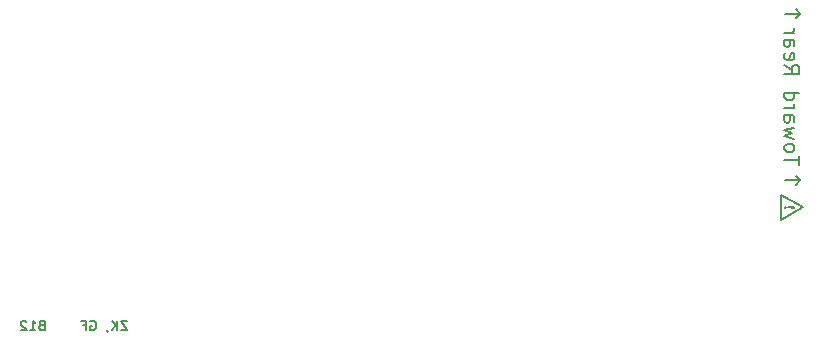
<source format=gbo>
G04 #@! TF.GenerationSoftware,KiCad,Pcbnew,7.0.10*
G04 #@! TF.CreationDate,2024-03-03T18:48:53-05:00*
G04 #@! TF.ProjectId,RAM128,52414d31-3238-42e6-9b69-6361645f7063,1.2*
G04 #@! TF.SameCoordinates,Original*
G04 #@! TF.FileFunction,Legend,Bot*
G04 #@! TF.FilePolarity,Positive*
%FSLAX46Y46*%
G04 Gerber Fmt 4.6, Leading zero omitted, Abs format (unit mm)*
G04 Created by KiCad (PCBNEW 7.0.10) date 2024-03-03 18:48:53*
%MOMM*%
%LPD*%
G01*
G04 APERTURE LIST*
G04 Aperture macros list*
%AMRoundRect*
0 Rectangle with rounded corners*
0 $1 Rounding radius*
0 $2 $3 $4 $5 $6 $7 $8 $9 X,Y pos of 4 corners*
0 Add a 4 corners polygon primitive as box body*
4,1,4,$2,$3,$4,$5,$6,$7,$8,$9,$2,$3,0*
0 Add four circle primitives for the rounded corners*
1,1,$1+$1,$2,$3*
1,1,$1+$1,$4,$5*
1,1,$1+$1,$6,$7*
1,1,$1+$1,$8,$9*
0 Add four rect primitives between the rounded corners*
20,1,$1+$1,$2,$3,$4,$5,0*
20,1,$1+$1,$4,$5,$6,$7,0*
20,1,$1+$1,$6,$7,$8,$9,0*
20,1,$1+$1,$8,$9,$2,$3,0*%
G04 Aperture macros list end*
%ADD10C,0.200000*%
%ADD11C,0.190500*%
%ADD12C,0.203200*%
%ADD13C,0.000000*%
%ADD14RoundRect,0.419100X0.419100X3.327100X-0.419100X3.327100X-0.419100X-3.327100X0.419100X-3.327100X0*%
%ADD15C,1.448000*%
G04 APERTURE END LIST*
D10*
X138049000Y-103886000D02*
X137668000Y-104267000D01*
X138049000Y-117983000D02*
X137668000Y-118364000D01*
X136779000Y-117983000D02*
X138049000Y-117983000D01*
X138049000Y-103886000D02*
X137668000Y-103505000D01*
X136779000Y-103886000D02*
X138049000Y-103886000D01*
X138049000Y-117983000D02*
X137668000Y-117602000D01*
X136398000Y-119189500D02*
X138303000Y-120269000D01*
X136398000Y-121348500D02*
X136398000Y-119189500D01*
X138303000Y-120269000D02*
X136398000Y-121348500D01*
X137979873Y-116646475D02*
X137979873Y-115920761D01*
X136709873Y-116283618D02*
X137979873Y-116283618D01*
X136709873Y-115315999D02*
X136770350Y-115436951D01*
X136770350Y-115436951D02*
X136830826Y-115497428D01*
X136830826Y-115497428D02*
X136951778Y-115557904D01*
X136951778Y-115557904D02*
X137314635Y-115557904D01*
X137314635Y-115557904D02*
X137435588Y-115497428D01*
X137435588Y-115497428D02*
X137496064Y-115436951D01*
X137496064Y-115436951D02*
X137556540Y-115315999D01*
X137556540Y-115315999D02*
X137556540Y-115134570D01*
X137556540Y-115134570D02*
X137496064Y-115013618D01*
X137496064Y-115013618D02*
X137435588Y-114953142D01*
X137435588Y-114953142D02*
X137314635Y-114892666D01*
X137314635Y-114892666D02*
X136951778Y-114892666D01*
X136951778Y-114892666D02*
X136830826Y-114953142D01*
X136830826Y-114953142D02*
X136770350Y-115013618D01*
X136770350Y-115013618D02*
X136709873Y-115134570D01*
X136709873Y-115134570D02*
X136709873Y-115315999D01*
X137556540Y-114469332D02*
X136709873Y-114227427D01*
X136709873Y-114227427D02*
X137314635Y-113985522D01*
X137314635Y-113985522D02*
X136709873Y-113743618D01*
X136709873Y-113743618D02*
X137556540Y-113501713D01*
X136709873Y-112473618D02*
X137375111Y-112473618D01*
X137375111Y-112473618D02*
X137496064Y-112534094D01*
X137496064Y-112534094D02*
X137556540Y-112655046D01*
X137556540Y-112655046D02*
X137556540Y-112896951D01*
X137556540Y-112896951D02*
X137496064Y-113017904D01*
X136770350Y-112473618D02*
X136709873Y-112594570D01*
X136709873Y-112594570D02*
X136709873Y-112896951D01*
X136709873Y-112896951D02*
X136770350Y-113017904D01*
X136770350Y-113017904D02*
X136891302Y-113078380D01*
X136891302Y-113078380D02*
X137012254Y-113078380D01*
X137012254Y-113078380D02*
X137133207Y-113017904D01*
X137133207Y-113017904D02*
X137193683Y-112896951D01*
X137193683Y-112896951D02*
X137193683Y-112594570D01*
X137193683Y-112594570D02*
X137254159Y-112473618D01*
X136709873Y-111868856D02*
X137556540Y-111868856D01*
X137314635Y-111868856D02*
X137435588Y-111808379D01*
X137435588Y-111808379D02*
X137496064Y-111747903D01*
X137496064Y-111747903D02*
X137556540Y-111626951D01*
X137556540Y-111626951D02*
X137556540Y-111505998D01*
X136709873Y-110538380D02*
X137979873Y-110538380D01*
X136770350Y-110538380D02*
X136709873Y-110659332D01*
X136709873Y-110659332D02*
X136709873Y-110901237D01*
X136709873Y-110901237D02*
X136770350Y-111022189D01*
X136770350Y-111022189D02*
X136830826Y-111082666D01*
X136830826Y-111082666D02*
X136951778Y-111143142D01*
X136951778Y-111143142D02*
X137314635Y-111143142D01*
X137314635Y-111143142D02*
X137435588Y-111082666D01*
X137435588Y-111082666D02*
X137496064Y-111022189D01*
X137496064Y-111022189D02*
X137556540Y-110901237D01*
X137556540Y-110901237D02*
X137556540Y-110659332D01*
X137556540Y-110659332D02*
X137496064Y-110538380D01*
X136709873Y-108240284D02*
X137314635Y-108663618D01*
X136709873Y-108965999D02*
X137979873Y-108965999D01*
X137979873Y-108965999D02*
X137979873Y-108482189D01*
X137979873Y-108482189D02*
X137919397Y-108361237D01*
X137919397Y-108361237D02*
X137858921Y-108300760D01*
X137858921Y-108300760D02*
X137737969Y-108240284D01*
X137737969Y-108240284D02*
X137556540Y-108240284D01*
X137556540Y-108240284D02*
X137435588Y-108300760D01*
X137435588Y-108300760D02*
X137375111Y-108361237D01*
X137375111Y-108361237D02*
X137314635Y-108482189D01*
X137314635Y-108482189D02*
X137314635Y-108965999D01*
X136770350Y-107212189D02*
X136709873Y-107333141D01*
X136709873Y-107333141D02*
X136709873Y-107575046D01*
X136709873Y-107575046D02*
X136770350Y-107695999D01*
X136770350Y-107695999D02*
X136891302Y-107756475D01*
X136891302Y-107756475D02*
X137375111Y-107756475D01*
X137375111Y-107756475D02*
X137496064Y-107695999D01*
X137496064Y-107695999D02*
X137556540Y-107575046D01*
X137556540Y-107575046D02*
X137556540Y-107333141D01*
X137556540Y-107333141D02*
X137496064Y-107212189D01*
X137496064Y-107212189D02*
X137375111Y-107151713D01*
X137375111Y-107151713D02*
X137254159Y-107151713D01*
X137254159Y-107151713D02*
X137133207Y-107756475D01*
X136709873Y-106063142D02*
X137375111Y-106063142D01*
X137375111Y-106063142D02*
X137496064Y-106123618D01*
X137496064Y-106123618D02*
X137556540Y-106244570D01*
X137556540Y-106244570D02*
X137556540Y-106486475D01*
X137556540Y-106486475D02*
X137496064Y-106607428D01*
X136770350Y-106063142D02*
X136709873Y-106184094D01*
X136709873Y-106184094D02*
X136709873Y-106486475D01*
X136709873Y-106486475D02*
X136770350Y-106607428D01*
X136770350Y-106607428D02*
X136891302Y-106667904D01*
X136891302Y-106667904D02*
X137012254Y-106667904D01*
X137012254Y-106667904D02*
X137133207Y-106607428D01*
X137133207Y-106607428D02*
X137193683Y-106486475D01*
X137193683Y-106486475D02*
X137193683Y-106184094D01*
X137193683Y-106184094D02*
X137254159Y-106063142D01*
X136709873Y-105458380D02*
X137556540Y-105458380D01*
X137314635Y-105458380D02*
X137435588Y-105397903D01*
X137435588Y-105397903D02*
X137496064Y-105337427D01*
X137496064Y-105337427D02*
X137556540Y-105216475D01*
X137556540Y-105216475D02*
X137556540Y-105095522D01*
D11*
X136807798Y-120269000D02*
X136769094Y-120230295D01*
X136769094Y-120230295D02*
X136730389Y-120269000D01*
X136730389Y-120269000D02*
X136769094Y-120307704D01*
X136769094Y-120307704D02*
X136807798Y-120269000D01*
X136807798Y-120269000D02*
X136730389Y-120269000D01*
X137040027Y-120269000D02*
X137504484Y-120307704D01*
X137504484Y-120307704D02*
X137543189Y-120269000D01*
X137543189Y-120269000D02*
X137504484Y-120230295D01*
X137504484Y-120230295D02*
X137040027Y-120269000D01*
X137040027Y-120269000D02*
X137543189Y-120269000D01*
D12*
X81056237Y-129854649D02*
X80514371Y-129854649D01*
X80514371Y-129854649D02*
X81056237Y-130667449D01*
X81056237Y-130667449D02*
X80514371Y-130667449D01*
X80204733Y-130667449D02*
X80204733Y-129854649D01*
X79740276Y-130667449D02*
X80088618Y-130202992D01*
X79740276Y-129854649D02*
X80204733Y-130319106D01*
X79353228Y-130628745D02*
X79353228Y-130667449D01*
X79353228Y-130667449D02*
X79391933Y-130744859D01*
X79391933Y-130744859D02*
X79430637Y-130783564D01*
X77959856Y-129893354D02*
X78037266Y-129854649D01*
X78037266Y-129854649D02*
X78153380Y-129854649D01*
X78153380Y-129854649D02*
X78269494Y-129893354D01*
X78269494Y-129893354D02*
X78346904Y-129970764D01*
X78346904Y-129970764D02*
X78385609Y-130048173D01*
X78385609Y-130048173D02*
X78424313Y-130202992D01*
X78424313Y-130202992D02*
X78424313Y-130319106D01*
X78424313Y-130319106D02*
X78385609Y-130473925D01*
X78385609Y-130473925D02*
X78346904Y-130551335D01*
X78346904Y-130551335D02*
X78269494Y-130628745D01*
X78269494Y-130628745D02*
X78153380Y-130667449D01*
X78153380Y-130667449D02*
X78075971Y-130667449D01*
X78075971Y-130667449D02*
X77959856Y-130628745D01*
X77959856Y-130628745D02*
X77921152Y-130590040D01*
X77921152Y-130590040D02*
X77921152Y-130319106D01*
X77921152Y-130319106D02*
X78075971Y-130319106D01*
X77301875Y-130241697D02*
X77572809Y-130241697D01*
X77572809Y-130667449D02*
X77572809Y-129854649D01*
X77572809Y-129854649D02*
X77185761Y-129854649D01*
X73804537Y-130241697D02*
X73688423Y-130280402D01*
X73688423Y-130280402D02*
X73649718Y-130319106D01*
X73649718Y-130319106D02*
X73611014Y-130396516D01*
X73611014Y-130396516D02*
X73611014Y-130512630D01*
X73611014Y-130512630D02*
X73649718Y-130590040D01*
X73649718Y-130590040D02*
X73688423Y-130628745D01*
X73688423Y-130628745D02*
X73765833Y-130667449D01*
X73765833Y-130667449D02*
X74075471Y-130667449D01*
X74075471Y-130667449D02*
X74075471Y-129854649D01*
X74075471Y-129854649D02*
X73804537Y-129854649D01*
X73804537Y-129854649D02*
X73727128Y-129893354D01*
X73727128Y-129893354D02*
X73688423Y-129932059D01*
X73688423Y-129932059D02*
X73649718Y-130009468D01*
X73649718Y-130009468D02*
X73649718Y-130086878D01*
X73649718Y-130086878D02*
X73688423Y-130164287D01*
X73688423Y-130164287D02*
X73727128Y-130202992D01*
X73727128Y-130202992D02*
X73804537Y-130241697D01*
X73804537Y-130241697D02*
X74075471Y-130241697D01*
X72836918Y-130667449D02*
X73301375Y-130667449D01*
X73069147Y-130667449D02*
X73069147Y-129854649D01*
X73069147Y-129854649D02*
X73146556Y-129970764D01*
X73146556Y-129970764D02*
X73223966Y-130048173D01*
X73223966Y-130048173D02*
X73301375Y-130086878D01*
X72527280Y-129932059D02*
X72488576Y-129893354D01*
X72488576Y-129893354D02*
X72411166Y-129854649D01*
X72411166Y-129854649D02*
X72217642Y-129854649D01*
X72217642Y-129854649D02*
X72140233Y-129893354D01*
X72140233Y-129893354D02*
X72101528Y-129932059D01*
X72101528Y-129932059D02*
X72062823Y-130009468D01*
X72062823Y-130009468D02*
X72062823Y-130086878D01*
X72062823Y-130086878D02*
X72101528Y-130202992D01*
X72101528Y-130202992D02*
X72565985Y-130667449D01*
X72565985Y-130667449D02*
X72062823Y-130667449D01*
%LPC*%
D13*
G36*
X139700000Y-139446000D02*
G01*
X139192000Y-139954000D01*
X74168000Y-139954000D01*
X73660000Y-139446000D01*
X73660000Y-132080000D01*
X139700000Y-132080000D01*
X139700000Y-139446000D01*
G37*
D14*
X137160000Y-135282000D03*
X134620000Y-135282000D03*
X132080000Y-135282000D03*
X129540000Y-135282000D03*
X127000000Y-135282000D03*
X124460000Y-135282000D03*
X121920000Y-135282000D03*
X119380000Y-135282000D03*
X116840000Y-135282000D03*
X114300000Y-135282000D03*
X111760000Y-135282000D03*
X109220000Y-135282000D03*
X106680000Y-135282000D03*
X104140000Y-135282000D03*
X101600000Y-135282000D03*
X99060000Y-135282000D03*
X96520000Y-135282000D03*
X93980000Y-135282000D03*
X91440000Y-135282000D03*
X88900000Y-135282000D03*
X86360000Y-135282000D03*
X83820000Y-135282000D03*
X81280000Y-135282000D03*
X78740000Y-135282000D03*
X76200000Y-135282000D03*
D15*
X70358000Y-129540000D03*
X136906000Y-122555000D03*
X133096000Y-129540000D03*
X136906000Y-101600000D03*
X70104000Y-105664000D03*
%LPD*%
M02*

</source>
